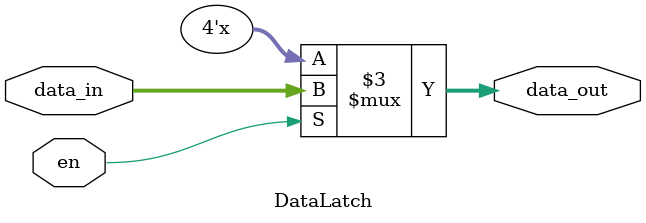
<source format=sv>
module AsyncLatch #(parameter WIDTH=4) (
    input en,
    input [WIDTH-1:0] data_in,
    output [WIDTH-1:0] data_out
);

    // 实例化数据锁存子模块
    DataLatch #(
        .WIDTH(WIDTH)
    ) data_latch_inst (
        .en(en),
        .data_in(data_in),
        .data_out(data_out)
    );

endmodule

// 数据锁存子模块
module DataLatch #(parameter WIDTH=4) (
    input en,
    input [WIDTH-1:0] data_in,
    output reg [WIDTH-1:0] data_out
);

    // 锁存逻辑
    always @* begin
        if(en) begin
            data_out = data_in;
        end
    end

endmodule
</source>
